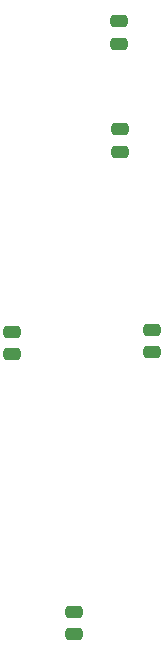
<source format=gbp>
%TF.GenerationSoftware,KiCad,Pcbnew,8.0.4*%
%TF.CreationDate,2024-08-19T10:18:27+02:00*%
%TF.ProjectId,HCP65 MPU Memory,48435036-3520-44d5-9055-204d656d6f72,V1*%
%TF.SameCoordinates,PX525bfc0PY43d3480*%
%TF.FileFunction,Paste,Bot*%
%TF.FilePolarity,Positive*%
%FSLAX46Y46*%
G04 Gerber Fmt 4.6, Leading zero omitted, Abs format (unit mm)*
G04 Created by KiCad (PCBNEW 8.0.4) date 2024-08-19 10:18:27*
%MOMM*%
%LPD*%
G01*
G04 APERTURE LIST*
G04 Aperture macros list*
%AMRoundRect*
0 Rectangle with rounded corners*
0 $1 Rounding radius*
0 $2 $3 $4 $5 $6 $7 $8 $9 X,Y pos of 4 corners*
0 Add a 4 corners polygon primitive as box body*
4,1,4,$2,$3,$4,$5,$6,$7,$8,$9,$2,$3,0*
0 Add four circle primitives for the rounded corners*
1,1,$1+$1,$2,$3*
1,1,$1+$1,$4,$5*
1,1,$1+$1,$6,$7*
1,1,$1+$1,$8,$9*
0 Add four rect primitives between the rounded corners*
20,1,$1+$1,$2,$3,$4,$5,0*
20,1,$1+$1,$4,$5,$6,$7,0*
20,1,$1+$1,$6,$7,$8,$9,0*
20,1,$1+$1,$8,$9,$2,$3,0*%
G04 Aperture macros list end*
%ADD10RoundRect,0.250000X-0.475000X0.250000X-0.475000X-0.250000X0.475000X-0.250000X0.475000X0.250000X0*%
%ADD11RoundRect,0.250000X0.475000X-0.250000X0.475000X0.250000X-0.475000X0.250000X-0.475000X-0.250000X0*%
G04 APERTURE END LIST*
D10*
%TO.C,C54*%
X5715000Y-30435000D03*
X5715000Y-32335000D03*
%TD*%
D11*
%TO.C,C52*%
X10922000Y-56052000D03*
X10922000Y-54152000D03*
%TD*%
%TO.C,C51*%
X17526000Y-32176000D03*
X17526000Y-30276000D03*
%TD*%
D10*
%TO.C,C55*%
X14859000Y-13290000D03*
X14859000Y-15190000D03*
%TD*%
%TO.C,C53*%
X14732000Y-4146000D03*
X14732000Y-6046000D03*
%TD*%
M02*

</source>
